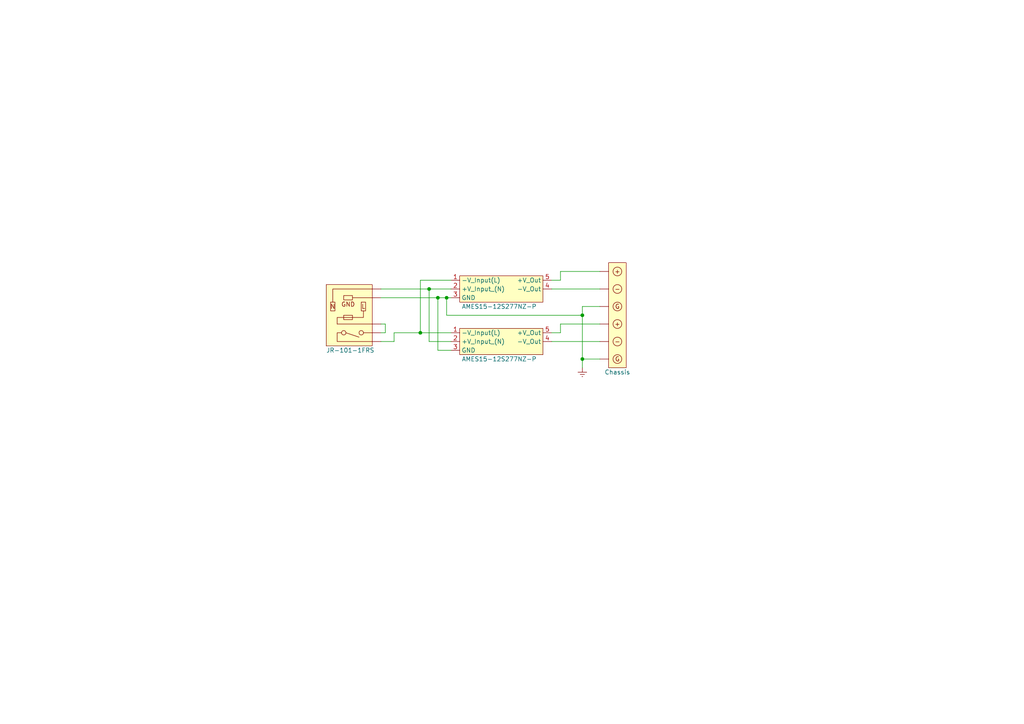
<source format=kicad_sch>
(kicad_sch (version 20230121) (generator eeschema)
  (paper "A4")
  (lib_symbols
    (symbol "AMES15-12S277NZ-P_1"
      (property "Reference" "U" (at 0 -5.08 0))
      (symbol "AMES15-12S277NZ-P_1_1_1"
        (rectangle (start -11.43 3.81) (end 12.7 -3.81) (fill (type background)))
        (pin input line (at -13.97 2.54 0) (length 2.54) (name "-V_Input(L)") (number "1"))
        (pin input line (at -13.97 0 0) (length 2.54) (name "+V_Input_(N)") (number "2"))
        (pin input line (at -13.97 -2.54 0) (length 2.54) (name "GND") (number "3"))
        (pin input line (at 15.24 0 180) (length 2.54) (name "-V_Out") (number "4"))
        (pin input line (at 15.24 2.54 180) (length 2.54) (name "+V_Out") (number "5"))
      )
    )
    (symbol "Symbol:AMES15-12S277NZ-P"
      (property "Reference" "U" (at 0 -5.08 0))
      (symbol "AMES15-12S277NZ-P_1_1"
        (rectangle (start -11.43 3.81) (end 12.7 -3.81) (fill (type background)))
        (pin input line (at -13.97 2.54 0) (length 2.54) (name "-V_Input(L)") (number "1"))
        (pin input line (at -13.97 0 0) (length 2.54) (name "+V_Input_(N)") (number "2"))
        (pin input line (at -13.97 -2.54 0) (length 2.54) (name "GND") (number "3"))
        (pin input line (at 15.24 0 180) (length 2.54) (name "-V_Out") (number "4"))
        (pin input line (at 15.24 2.54 180) (length 2.54) (name "+V_Out") (number "5"))
      )
    )
    (symbol "Symbol:Chassis"
      (property "Reference" "U" (at 0 -16.51 0))
      (symbol "Chassis_0_1"
        (circle (center 0 -12.7) (radius 1.27))
        (circle (center 0 -7.62) (radius 1.27))
        (circle (center 0 -2.54) (radius 1.27))
        (circle (center 0 2.54) (radius 1.27))
        (circle (center 0 7.62) (radius 1.27))
        (circle (center 0 12.7) (radius 1.27))
      )
      (symbol "Chassis_1_1"
        (rectangle (start -2.54 15.24) (end 2.54 -15.24) (fill (type background)))
        (text "+" (at 0 -2.54 0) (effects (font (size 1.27 1.27))))
        (text "+" (at 0 12.7 0) (effects (font (size 1.27 1.27))))
        (text "-" (at 0 -7.62 0) (effects (font (size 1.27 1.27))))
        (text "-" (at 0 7.62 0) (effects (font (size 1.27 1.27))))
        (text "G" (at 0 -12.7 0) (effects (font (size 1.27 1.27))))
        (text "G" (at 0 2.54 0) (effects (font (size 1.27 1.27))))
        (pin input line (at -5.08 -12.7 0) (length 2.54) (name "") (number ""))
        (pin input line (at -5.08 -7.62 0) (length 2.54) (name "") (number ""))
        (pin input line (at -5.08 -2.54 0) (length 2.54) (name "") (number ""))
        (pin input line (at -5.08 2.54 0) (length 2.54) (name "") (number ""))
        (pin input line (at -5.08 7.62 0) (length 2.54) (name "") (number ""))
        (pin input line (at -5.08 12.7 0) (length 2.54) (name "") (number ""))
      )
    )
    (symbol "Symbol:JR-101-1FRS"
      (property "Reference" "U" (at 0 -10.795 0))
      (symbol "JR-101-1FRS_1_1"
        (rectangle (start -6.985 8.89) (end 6.35 -8.89) (fill (type background)))
        (rectangle (start -5.715 3.81) (end -4.445 1.27))
        (circle (center -1.905 -5.08) (radius 0.635))
        (rectangle (start -1.905 5.715) (end 0.635 4.445))
        (polyline (pts (xy -3.81 -2.54) (xy 6.35 -2.54)))
        (polyline (pts (xy -1.27 -5.08) (xy 2.54 -6.35)))
        (polyline (pts (xy 0.635 5.08) (xy 6.35 5.08)))
        (polyline (pts (xy 6.35 -5.08) (xy 3.81 -5.08)))
        (polyline (pts (xy -5.08 3.81) (xy -5.08 7.62) (xy 6.35 7.62)))
        (polyline (pts (xy -2.54 -5.08) (xy -3.81 -5.08) (xy -3.81 -7.62) (xy 6.35 -7.62)))
        (polyline (pts (xy -1.905 0) (xy -1.905 -1.27) (xy 0.635 -1.27) (xy 0.635 0) (xy -1.905 0)))
        (polyline (pts (xy 3.81 1.27) (xy 3.81 0) (xy 3.81 -0.635) (xy -3.81 -0.635) (xy -3.81 -2.54)))
        (circle (center 3.175 -5.08) (radius 0.635))
        (rectangle (start 3.175 3.81) (end 4.445 1.27))
        (text "GND" (at -0.635 3.175 0) (effects (font (size 1.27 1.27))))
        (text "L" (at 3.81 2.54 0) (effects (font (size 1.27 1.27))))
        (text "N" (at -5.08 2.54 0) (effects (font (size 1.27 1.27))))
        (pin output line (at 8.89 -7.62 180) (length 2.54) (name "") (number ""))
        (pin output line (at 8.89 -5.08 180) (length 2.54) (name "") (number ""))
        (pin output line (at 8.89 -2.54 180) (length 2.54) (name "") (number ""))
        (pin output line (at 8.89 5.08 180) (length 2.54) (name "") (number ""))
        (pin output line (at 8.89 7.62 180) (length 2.54) (name "") (number ""))
      )
    )
    (symbol "power:Earth" (power) (pin_names (offset 0))
      (symbol "Earth_0_1"
        (polyline (pts (xy -0.635 -1.905) (xy 0.635 -1.905)))
        (polyline (pts (xy -0.127 -2.54) (xy 0.127 -2.54)))
        (polyline (pts (xy 0 -1.27) (xy 0 0)))
        (polyline (pts (xy 1.27 -1.27) (xy -1.27 -1.27)))
      )
      (symbol "Earth_1_1"
        (pin power_in line (at 0 0 270) (length 0) hide (name "Earth") (number "1"))
      )
    )
  )
  (junction (at 168.91 104.14))
  (junction (at 121.92 96.52))
  (junction (at 168.91 91.44))
  (junction (at 127 86.36))
  (junction (at 129.54 86.36))
  (junction (at 124.46 83.82))
  (wire (pts (xy 160.02 96.52) (xy 162.56 96.52)))
  (wire (pts (xy 160.02 83.82) (xy 173.99 83.82)))
  (wire (pts (xy 124.46 83.82) (xy 124.46 99.06)))
  (wire (pts (xy 121.92 81.28) (xy 121.92 96.52)))
  (wire (pts (xy 129.54 86.36) (xy 129.54 91.44)))
  (wire (pts (xy 160.02 81.28) (xy 162.56 81.28)))
  (wire (pts (xy 162.56 96.52) (xy 162.56 93.98)))
  (wire (pts (xy 162.56 78.74) (xy 173.99 78.74)))
  (wire (pts (xy 162.56 81.28) (xy 162.56 78.74)))
  (wire (pts (xy 127 86.36) (xy 129.54 86.36)))
  (wire (pts (xy 160.02 99.06) (xy 173.99 99.06)))
  (wire (pts (xy 129.54 86.36) (xy 130.81 86.36)))
  (wire (pts (xy 168.91 88.9) (xy 168.91 91.44)))
  (wire (pts (xy 130.81 81.28) (xy 121.92 81.28)))
  (wire (pts (xy 129.54 91.44) (xy 168.91 91.44)))
  (wire (pts (xy 168.91 91.44) (xy 168.91 104.14)))
  (wire (pts (xy 110.49 86.36) (xy 127 86.36)))
  (wire (pts (xy 130.81 96.52) (xy 121.92 96.52)))
  (wire (pts (xy 130.81 99.06) (xy 124.46 99.06)))
  (wire (pts (xy 114.3 96.52) (xy 114.3 99.06)))
  (wire (pts (xy 168.91 104.14) (xy 173.99 104.14)))
  (wire (pts (xy 127 86.36) (xy 127 101.6)))
  (wire (pts (xy 110.49 96.52) (xy 111.76 96.52)))
  (wire (pts (xy 110.49 93.98) (xy 111.76 93.98)))
  (wire (pts (xy 111.76 96.52) (xy 111.76 93.98)))
  (wire (pts (xy 121.92 96.52) (xy 114.3 96.52)))
  (wire (pts (xy 124.46 83.82) (xy 130.81 83.82)))
  (wire (pts (xy 110.49 99.06) (xy 114.3 99.06)))
  (wire (pts (xy 168.91 104.14) (xy 168.91 106.68)))
  (wire (pts (xy 173.99 88.9) (xy 168.91 88.9)))
  (wire (pts (xy 162.56 93.98) (xy 173.99 93.98)))
  (wire (pts (xy 110.49 83.82) (xy 124.46 83.82)))
  (wire (pts (xy 130.81 101.6) (xy 127 101.6)))
  (symbol (lib_id "Symbol:AMES15-12S277NZ-P") (at 144.78 99.06 0) (unit 1)
    (property "Reference" "U3" (effects hide))
    (property "Value" "AMES15-12S277NZ-P" (at 144.78 104.14 0))
  )
  (symbol (lib_name "AMES15-12S277NZ-P_1") (lib_id "Symbol:AMES15-12S277NZ-P") (at 144.78 83.82 0) (unit 1)
    (property "Reference" "U2" (effects hide))
    (property "Value" "AMES15-12S277NZ-P" (at 144.78 88.9 0))
  )
  (symbol (lib_id "power:Earth") (at 168.91 106.68 0) (unit 1)
    (property "Reference" "#PWR01" (effects hide))
    (property "Value" "Earth" (effects hide))
  )
  (symbol (lib_id "Symbol:Chassis") (at 179.07 91.44 0) (unit 1)
    (property "Reference" "U4" (effects hide))
    (property "Value" "Chassis" (at 179.07 107.95 0))
  )
  (symbol (lib_id "Symbol:JR-101-1FRS") (at 101.6 91.44 0) (unit 1)
    (property "Reference" "U1" (effects hide))
    (property "Value" "JR-101-1FRS" (at 101.6 101.6 0))
  )
)
</source>
